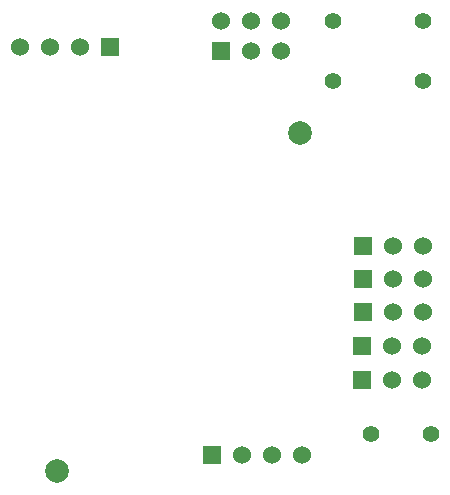
<source format=gbs>
G04 (created by PCBNEW (2013-07-07 BZR 4022)-stable) date 12/31/2015 9:21:22 AM*
%MOIN*%
G04 Gerber Fmt 3.4, Leading zero omitted, Abs format*
%FSLAX34Y34*%
G01*
G70*
G90*
G04 APERTURE LIST*
%ADD10C,0.00590551*%
%ADD11C,0.055*%
%ADD12R,0.06X0.06*%
%ADD13C,0.06*%
%ADD14C,0.056*%
%ADD15C,0.0787*%
G04 APERTURE END LIST*
G54D10*
G54D11*
X53151Y-27763D03*
X53151Y-25763D03*
X56151Y-27763D03*
X56151Y-25763D03*
G54D12*
X45710Y-26629D03*
G54D13*
X44710Y-26629D03*
X43710Y-26629D03*
X42710Y-26629D03*
G54D12*
X49419Y-26767D03*
G54D13*
X49419Y-25767D03*
X50419Y-26767D03*
X50419Y-25767D03*
X51419Y-26767D03*
X51419Y-25767D03*
G54D12*
X54131Y-37735D03*
G54D13*
X55131Y-37735D03*
X56131Y-37735D03*
G54D12*
X54131Y-36602D03*
G54D13*
X55131Y-36602D03*
X56131Y-36602D03*
G54D12*
X54139Y-35487D03*
G54D13*
X55139Y-35487D03*
X56139Y-35487D03*
G54D12*
X54139Y-34373D03*
G54D13*
X55139Y-34373D03*
X56139Y-34373D03*
G54D12*
X54159Y-33263D03*
G54D13*
X55159Y-33263D03*
X56159Y-33263D03*
G54D14*
X54415Y-39544D03*
X56415Y-39544D03*
G54D15*
X52068Y-29492D03*
X43958Y-40787D03*
G54D12*
X49110Y-40230D03*
G54D13*
X50110Y-40230D03*
X51110Y-40230D03*
X52110Y-40230D03*
M02*

</source>
